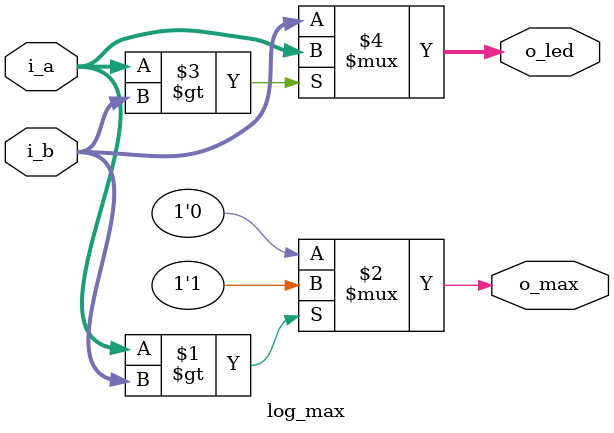
<source format=v>
module log_max (
  input		[3:0]	i_a,
  input		[3:0]	i_b,
  
  output	[3:0]	o_led,
  output		o_max
);
  
  assign o_max = (i_a > i_b) ? 1'b1 : 1'b0;
  assign o_led = (i_a > i_b) ? i_a : i_b;
  
  
endmodule

</source>
